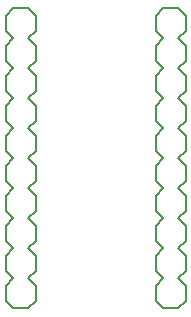
<source format=gbo>
G75*
%MOIN*%
%OFA0B0*%
%FSLAX25Y25*%
%IPPOS*%
%LPD*%
%AMOC8*
5,1,8,0,0,1.08239X$1,22.5*
%
%ADD10C,0.00800*%
D10*
X0006039Y0008618D02*
X0008539Y0006118D01*
X0013539Y0006118D01*
X0016039Y0008618D01*
X0016039Y0013618D01*
X0013539Y0016118D01*
X0016039Y0018618D01*
X0016039Y0023618D01*
X0013539Y0026118D01*
X0016039Y0028618D01*
X0016039Y0033618D01*
X0013539Y0036118D01*
X0016039Y0038618D01*
X0016039Y0043618D01*
X0013539Y0046118D01*
X0016039Y0048618D01*
X0016039Y0053618D01*
X0013539Y0056118D01*
X0016039Y0058618D01*
X0016039Y0063618D01*
X0013539Y0066118D01*
X0016039Y0068618D01*
X0016039Y0073618D01*
X0013539Y0076118D01*
X0016039Y0078618D01*
X0016039Y0083618D01*
X0013539Y0086118D01*
X0016039Y0088618D01*
X0016039Y0093618D01*
X0013539Y0096118D01*
X0016039Y0098618D01*
X0016039Y0103618D01*
X0013539Y0106118D01*
X0008539Y0106118D01*
X0006039Y0103618D01*
X0006039Y0098618D01*
X0008539Y0096118D01*
X0006039Y0093618D01*
X0006039Y0088618D01*
X0008539Y0086118D01*
X0006039Y0083618D01*
X0006039Y0078618D01*
X0008539Y0076118D01*
X0006039Y0073618D01*
X0006039Y0068618D01*
X0008539Y0066118D01*
X0006039Y0063618D01*
X0006039Y0058618D01*
X0008539Y0056118D01*
X0006039Y0053618D01*
X0006039Y0048618D01*
X0008539Y0046118D01*
X0006039Y0043618D01*
X0006039Y0038618D01*
X0008539Y0036118D01*
X0006039Y0033618D01*
X0006039Y0028618D01*
X0008539Y0026118D01*
X0006039Y0023618D01*
X0006039Y0018618D01*
X0008539Y0016118D01*
X0006039Y0013618D01*
X0006039Y0008618D01*
X0056039Y0008618D02*
X0058539Y0006118D01*
X0063539Y0006118D01*
X0066039Y0008618D01*
X0066039Y0013618D01*
X0063539Y0016118D01*
X0066039Y0018618D01*
X0066039Y0023618D01*
X0063539Y0026118D01*
X0066039Y0028618D01*
X0066039Y0033618D01*
X0063539Y0036118D01*
X0066039Y0038618D01*
X0066039Y0043618D01*
X0063539Y0046118D01*
X0066039Y0048618D01*
X0066039Y0053618D01*
X0063539Y0056118D01*
X0066039Y0058618D01*
X0066039Y0063618D01*
X0063539Y0066118D01*
X0066039Y0068618D01*
X0066039Y0073618D01*
X0063539Y0076118D01*
X0066039Y0078618D01*
X0066039Y0083618D01*
X0063539Y0086118D01*
X0066039Y0088618D01*
X0066039Y0093618D01*
X0063539Y0096118D01*
X0066039Y0098618D01*
X0066039Y0103618D01*
X0063539Y0106118D01*
X0058539Y0106118D01*
X0056039Y0103618D01*
X0056039Y0098618D01*
X0058539Y0096118D01*
X0056039Y0093618D01*
X0056039Y0088618D01*
X0058539Y0086118D01*
X0056039Y0083618D01*
X0056039Y0078618D01*
X0058539Y0076118D01*
X0056039Y0073618D01*
X0056039Y0068618D01*
X0058539Y0066118D01*
X0056039Y0063618D01*
X0056039Y0058618D01*
X0058539Y0056118D01*
X0056039Y0053618D01*
X0056039Y0048618D01*
X0058539Y0046118D01*
X0056039Y0043618D01*
X0056039Y0038618D01*
X0058539Y0036118D01*
X0056039Y0033618D01*
X0056039Y0028618D01*
X0058539Y0026118D01*
X0056039Y0023618D01*
X0056039Y0018618D01*
X0058539Y0016118D01*
X0056039Y0013618D01*
X0056039Y0008618D01*
M02*

</source>
